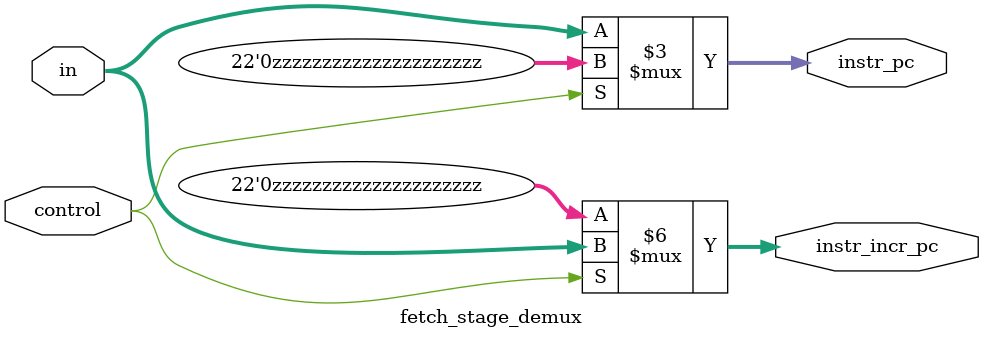
<source format=v>
module fetch_stage_demux (  input [21:0]        in,
                            input               control,
                            output reg [21:0]   instr_pc,
                            output reg [21:0]   instr_incr_pc);

    always @(*) begin
        if (control) begin
            instr_incr_pc <= in;
            instr_pc <= 21'bz;
        end else begin
            instr_incr_pc <= 21'bz;
            instr_pc <= in;
        end
    end

endmodule
</source>
